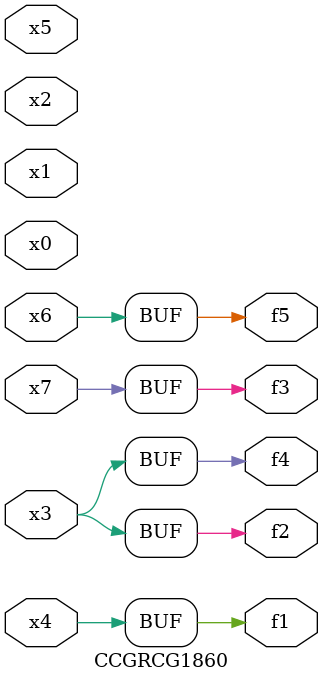
<source format=v>
module CCGRCG1860(
	input x0, x1, x2, x3, x4, x5, x6, x7,
	output f1, f2, f3, f4, f5
);
	assign f1 = x4;
	assign f2 = x3;
	assign f3 = x7;
	assign f4 = x3;
	assign f5 = x6;
endmodule

</source>
